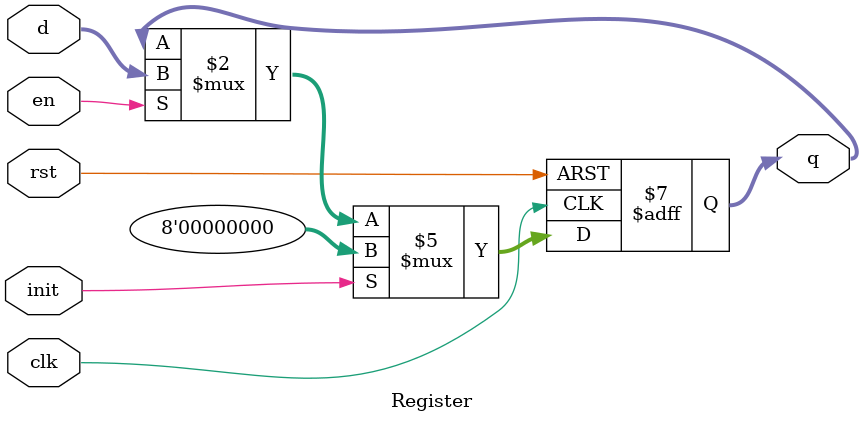
<source format=v>
module Register #(parameter WIDTH = 8) (clk, rst, d, en, init, q);
input clk;
input rst;
input [WIDTH-1:0] d;
input en;
input init;
output reg [WIDTH-1:0] q;

	always @(posedge clk or posedge rst) begin
		if (rst)
			q <= {WIDTH{1'b0}};
		else if (init)
			q <= {WIDTH{1'b0}};
		else if (en)
			q <= d;
	end

endmodule


</source>
